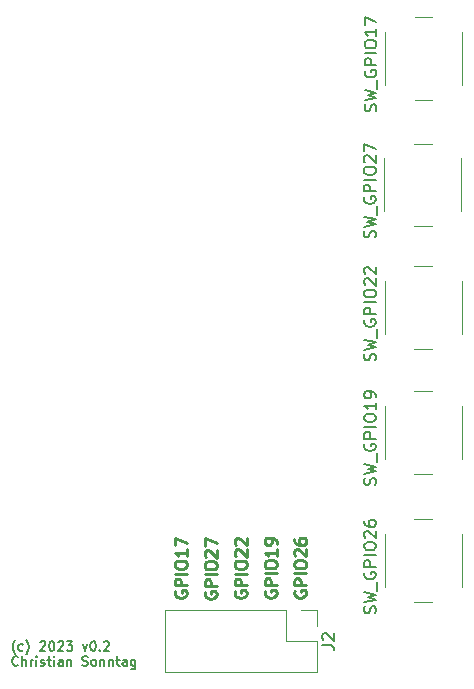
<source format=gbr>
%TF.GenerationSoftware,KiCad,Pcbnew,6.0.10-86aedd382b~118~ubuntu22.04.1*%
%TF.CreationDate,2023-01-22T12:34:59+01:00*%
%TF.ProjectId,pcb,7063622e-6b69-4636-9164-5f7063625858,rev?*%
%TF.SameCoordinates,Original*%
%TF.FileFunction,Legend,Top*%
%TF.FilePolarity,Positive*%
%FSLAX46Y46*%
G04 Gerber Fmt 4.6, Leading zero omitted, Abs format (unit mm)*
G04 Created by KiCad (PCBNEW 6.0.10-86aedd382b~118~ubuntu22.04.1) date 2023-01-22 12:34:59*
%MOMM*%
%LPD*%
G01*
G04 APERTURE LIST*
%ADD10C,0.250000*%
%ADD11C,0.150000*%
%ADD12C,0.120000*%
G04 APERTURE END LIST*
D10*
X78110000Y-93492380D02*
X78062380Y-93587619D01*
X78062380Y-93730476D01*
X78110000Y-93873333D01*
X78205238Y-93968571D01*
X78300476Y-94016190D01*
X78490952Y-94063809D01*
X78633809Y-94063809D01*
X78824285Y-94016190D01*
X78919523Y-93968571D01*
X79014761Y-93873333D01*
X79062380Y-93730476D01*
X79062380Y-93635238D01*
X79014761Y-93492380D01*
X78967142Y-93444761D01*
X78633809Y-93444761D01*
X78633809Y-93635238D01*
X79062380Y-93016190D02*
X78062380Y-93016190D01*
X78062380Y-92635238D01*
X78110000Y-92540000D01*
X78157619Y-92492380D01*
X78252857Y-92444761D01*
X78395714Y-92444761D01*
X78490952Y-92492380D01*
X78538571Y-92540000D01*
X78586190Y-92635238D01*
X78586190Y-93016190D01*
X79062380Y-92016190D02*
X78062380Y-92016190D01*
X78062380Y-91349523D02*
X78062380Y-91159047D01*
X78110000Y-91063809D01*
X78205238Y-90968571D01*
X78395714Y-90920952D01*
X78729047Y-90920952D01*
X78919523Y-90968571D01*
X79014761Y-91063809D01*
X79062380Y-91159047D01*
X79062380Y-91349523D01*
X79014761Y-91444761D01*
X78919523Y-91540000D01*
X78729047Y-91587619D01*
X78395714Y-91587619D01*
X78205238Y-91540000D01*
X78110000Y-91444761D01*
X78062380Y-91349523D01*
X79062380Y-89968571D02*
X79062380Y-90540000D01*
X79062380Y-90254285D02*
X78062380Y-90254285D01*
X78205238Y-90349523D01*
X78300476Y-90444761D01*
X78348095Y-90540000D01*
X78062380Y-89635238D02*
X78062380Y-88968571D01*
X79062380Y-89397142D01*
X80640000Y-93562380D02*
X80592380Y-93657619D01*
X80592380Y-93800476D01*
X80640000Y-93943333D01*
X80735238Y-94038571D01*
X80830476Y-94086190D01*
X81020952Y-94133809D01*
X81163809Y-94133809D01*
X81354285Y-94086190D01*
X81449523Y-94038571D01*
X81544761Y-93943333D01*
X81592380Y-93800476D01*
X81592380Y-93705238D01*
X81544761Y-93562380D01*
X81497142Y-93514761D01*
X81163809Y-93514761D01*
X81163809Y-93705238D01*
X81592380Y-93086190D02*
X80592380Y-93086190D01*
X80592380Y-92705238D01*
X80640000Y-92610000D01*
X80687619Y-92562380D01*
X80782857Y-92514761D01*
X80925714Y-92514761D01*
X81020952Y-92562380D01*
X81068571Y-92610000D01*
X81116190Y-92705238D01*
X81116190Y-93086190D01*
X81592380Y-92086190D02*
X80592380Y-92086190D01*
X80592380Y-91419523D02*
X80592380Y-91229047D01*
X80640000Y-91133809D01*
X80735238Y-91038571D01*
X80925714Y-90990952D01*
X81259047Y-90990952D01*
X81449523Y-91038571D01*
X81544761Y-91133809D01*
X81592380Y-91229047D01*
X81592380Y-91419523D01*
X81544761Y-91514761D01*
X81449523Y-91610000D01*
X81259047Y-91657619D01*
X80925714Y-91657619D01*
X80735238Y-91610000D01*
X80640000Y-91514761D01*
X80592380Y-91419523D01*
X80687619Y-90610000D02*
X80640000Y-90562380D01*
X80592380Y-90467142D01*
X80592380Y-90229047D01*
X80640000Y-90133809D01*
X80687619Y-90086190D01*
X80782857Y-90038571D01*
X80878095Y-90038571D01*
X81020952Y-90086190D01*
X81592380Y-90657619D01*
X81592380Y-90038571D01*
X80592380Y-89705238D02*
X80592380Y-89038571D01*
X81592380Y-89467142D01*
X83180000Y-93492380D02*
X83132380Y-93587619D01*
X83132380Y-93730476D01*
X83180000Y-93873333D01*
X83275238Y-93968571D01*
X83370476Y-94016190D01*
X83560952Y-94063809D01*
X83703809Y-94063809D01*
X83894285Y-94016190D01*
X83989523Y-93968571D01*
X84084761Y-93873333D01*
X84132380Y-93730476D01*
X84132380Y-93635238D01*
X84084761Y-93492380D01*
X84037142Y-93444761D01*
X83703809Y-93444761D01*
X83703809Y-93635238D01*
X84132380Y-93016190D02*
X83132380Y-93016190D01*
X83132380Y-92635238D01*
X83180000Y-92540000D01*
X83227619Y-92492380D01*
X83322857Y-92444761D01*
X83465714Y-92444761D01*
X83560952Y-92492380D01*
X83608571Y-92540000D01*
X83656190Y-92635238D01*
X83656190Y-93016190D01*
X84132380Y-92016190D02*
X83132380Y-92016190D01*
X83132380Y-91349523D02*
X83132380Y-91159047D01*
X83180000Y-91063809D01*
X83275238Y-90968571D01*
X83465714Y-90920952D01*
X83799047Y-90920952D01*
X83989523Y-90968571D01*
X84084761Y-91063809D01*
X84132380Y-91159047D01*
X84132380Y-91349523D01*
X84084761Y-91444761D01*
X83989523Y-91540000D01*
X83799047Y-91587619D01*
X83465714Y-91587619D01*
X83275238Y-91540000D01*
X83180000Y-91444761D01*
X83132380Y-91349523D01*
X83227619Y-90540000D02*
X83180000Y-90492380D01*
X83132380Y-90397142D01*
X83132380Y-90159047D01*
X83180000Y-90063809D01*
X83227619Y-90016190D01*
X83322857Y-89968571D01*
X83418095Y-89968571D01*
X83560952Y-90016190D01*
X84132380Y-90587619D01*
X84132380Y-89968571D01*
X83227619Y-89587619D02*
X83180000Y-89540000D01*
X83132380Y-89444761D01*
X83132380Y-89206666D01*
X83180000Y-89111428D01*
X83227619Y-89063809D01*
X83322857Y-89016190D01*
X83418095Y-89016190D01*
X83560952Y-89063809D01*
X84132380Y-89635238D01*
X84132380Y-89016190D01*
X85720000Y-93472380D02*
X85672380Y-93567619D01*
X85672380Y-93710476D01*
X85720000Y-93853333D01*
X85815238Y-93948571D01*
X85910476Y-93996190D01*
X86100952Y-94043809D01*
X86243809Y-94043809D01*
X86434285Y-93996190D01*
X86529523Y-93948571D01*
X86624761Y-93853333D01*
X86672380Y-93710476D01*
X86672380Y-93615238D01*
X86624761Y-93472380D01*
X86577142Y-93424761D01*
X86243809Y-93424761D01*
X86243809Y-93615238D01*
X86672380Y-92996190D02*
X85672380Y-92996190D01*
X85672380Y-92615238D01*
X85720000Y-92520000D01*
X85767619Y-92472380D01*
X85862857Y-92424761D01*
X86005714Y-92424761D01*
X86100952Y-92472380D01*
X86148571Y-92520000D01*
X86196190Y-92615238D01*
X86196190Y-92996190D01*
X86672380Y-91996190D02*
X85672380Y-91996190D01*
X85672380Y-91329523D02*
X85672380Y-91139047D01*
X85720000Y-91043809D01*
X85815238Y-90948571D01*
X86005714Y-90900952D01*
X86339047Y-90900952D01*
X86529523Y-90948571D01*
X86624761Y-91043809D01*
X86672380Y-91139047D01*
X86672380Y-91329523D01*
X86624761Y-91424761D01*
X86529523Y-91520000D01*
X86339047Y-91567619D01*
X86005714Y-91567619D01*
X85815238Y-91520000D01*
X85720000Y-91424761D01*
X85672380Y-91329523D01*
X86672380Y-89948571D02*
X86672380Y-90520000D01*
X86672380Y-90234285D02*
X85672380Y-90234285D01*
X85815238Y-90329523D01*
X85910476Y-90424761D01*
X85958095Y-90520000D01*
X86672380Y-89472380D02*
X86672380Y-89281904D01*
X86624761Y-89186666D01*
X86577142Y-89139047D01*
X86434285Y-89043809D01*
X86243809Y-88996190D01*
X85862857Y-88996190D01*
X85767619Y-89043809D01*
X85720000Y-89091428D01*
X85672380Y-89186666D01*
X85672380Y-89377142D01*
X85720000Y-89472380D01*
X85767619Y-89520000D01*
X85862857Y-89567619D01*
X86100952Y-89567619D01*
X86196190Y-89520000D01*
X86243809Y-89472380D01*
X86291428Y-89377142D01*
X86291428Y-89186666D01*
X86243809Y-89091428D01*
X86196190Y-89043809D01*
X86100952Y-88996190D01*
X88230000Y-93472380D02*
X88182380Y-93567619D01*
X88182380Y-93710476D01*
X88230000Y-93853333D01*
X88325238Y-93948571D01*
X88420476Y-93996190D01*
X88610952Y-94043809D01*
X88753809Y-94043809D01*
X88944285Y-93996190D01*
X89039523Y-93948571D01*
X89134761Y-93853333D01*
X89182380Y-93710476D01*
X89182380Y-93615238D01*
X89134761Y-93472380D01*
X89087142Y-93424761D01*
X88753809Y-93424761D01*
X88753809Y-93615238D01*
X89182380Y-92996190D02*
X88182380Y-92996190D01*
X88182380Y-92615238D01*
X88230000Y-92520000D01*
X88277619Y-92472380D01*
X88372857Y-92424761D01*
X88515714Y-92424761D01*
X88610952Y-92472380D01*
X88658571Y-92520000D01*
X88706190Y-92615238D01*
X88706190Y-92996190D01*
X89182380Y-91996190D02*
X88182380Y-91996190D01*
X88182380Y-91329523D02*
X88182380Y-91139047D01*
X88230000Y-91043809D01*
X88325238Y-90948571D01*
X88515714Y-90900952D01*
X88849047Y-90900952D01*
X89039523Y-90948571D01*
X89134761Y-91043809D01*
X89182380Y-91139047D01*
X89182380Y-91329523D01*
X89134761Y-91424761D01*
X89039523Y-91520000D01*
X88849047Y-91567619D01*
X88515714Y-91567619D01*
X88325238Y-91520000D01*
X88230000Y-91424761D01*
X88182380Y-91329523D01*
X88277619Y-90520000D02*
X88230000Y-90472380D01*
X88182380Y-90377142D01*
X88182380Y-90139047D01*
X88230000Y-90043809D01*
X88277619Y-89996190D01*
X88372857Y-89948571D01*
X88468095Y-89948571D01*
X88610952Y-89996190D01*
X89182380Y-90567619D01*
X89182380Y-89948571D01*
X88182380Y-89091428D02*
X88182380Y-89281904D01*
X88230000Y-89377142D01*
X88277619Y-89424761D01*
X88420476Y-89520000D01*
X88610952Y-89567619D01*
X88991904Y-89567619D01*
X89087142Y-89520000D01*
X89134761Y-89472380D01*
X89182380Y-89377142D01*
X89182380Y-89186666D01*
X89134761Y-89091428D01*
X89087142Y-89043809D01*
X88991904Y-88996190D01*
X88753809Y-88996190D01*
X88658571Y-89043809D01*
X88610952Y-89091428D01*
X88563333Y-89186666D01*
X88563333Y-89377142D01*
X88610952Y-89472380D01*
X88658571Y-89520000D01*
X88753809Y-89567619D01*
D11*
X64556547Y-98842666D02*
X64518452Y-98804571D01*
X64442261Y-98690285D01*
X64404166Y-98614095D01*
X64366071Y-98499809D01*
X64327976Y-98309333D01*
X64327976Y-98156952D01*
X64366071Y-97966476D01*
X64404166Y-97852190D01*
X64442261Y-97776000D01*
X64518452Y-97661714D01*
X64556547Y-97623619D01*
X65204166Y-98499809D02*
X65127976Y-98537904D01*
X64975595Y-98537904D01*
X64899404Y-98499809D01*
X64861309Y-98461714D01*
X64823214Y-98385523D01*
X64823214Y-98156952D01*
X64861309Y-98080761D01*
X64899404Y-98042666D01*
X64975595Y-98004571D01*
X65127976Y-98004571D01*
X65204166Y-98042666D01*
X65470833Y-98842666D02*
X65508928Y-98804571D01*
X65585119Y-98690285D01*
X65623214Y-98614095D01*
X65661309Y-98499809D01*
X65699404Y-98309333D01*
X65699404Y-98156952D01*
X65661309Y-97966476D01*
X65623214Y-97852190D01*
X65585119Y-97776000D01*
X65508928Y-97661714D01*
X65470833Y-97623619D01*
X66651785Y-97814095D02*
X66689880Y-97776000D01*
X66766071Y-97737904D01*
X66956547Y-97737904D01*
X67032738Y-97776000D01*
X67070833Y-97814095D01*
X67108928Y-97890285D01*
X67108928Y-97966476D01*
X67070833Y-98080761D01*
X66613690Y-98537904D01*
X67108928Y-98537904D01*
X67604166Y-97737904D02*
X67680357Y-97737904D01*
X67756547Y-97776000D01*
X67794642Y-97814095D01*
X67832738Y-97890285D01*
X67870833Y-98042666D01*
X67870833Y-98233142D01*
X67832738Y-98385523D01*
X67794642Y-98461714D01*
X67756547Y-98499809D01*
X67680357Y-98537904D01*
X67604166Y-98537904D01*
X67527976Y-98499809D01*
X67489880Y-98461714D01*
X67451785Y-98385523D01*
X67413690Y-98233142D01*
X67413690Y-98042666D01*
X67451785Y-97890285D01*
X67489880Y-97814095D01*
X67527976Y-97776000D01*
X67604166Y-97737904D01*
X68175595Y-97814095D02*
X68213690Y-97776000D01*
X68289880Y-97737904D01*
X68480357Y-97737904D01*
X68556547Y-97776000D01*
X68594642Y-97814095D01*
X68632738Y-97890285D01*
X68632738Y-97966476D01*
X68594642Y-98080761D01*
X68137500Y-98537904D01*
X68632738Y-98537904D01*
X68899404Y-97737904D02*
X69394642Y-97737904D01*
X69127976Y-98042666D01*
X69242261Y-98042666D01*
X69318452Y-98080761D01*
X69356547Y-98118857D01*
X69394642Y-98195047D01*
X69394642Y-98385523D01*
X69356547Y-98461714D01*
X69318452Y-98499809D01*
X69242261Y-98537904D01*
X69013690Y-98537904D01*
X68937500Y-98499809D01*
X68899404Y-98461714D01*
X70270833Y-98004571D02*
X70461309Y-98537904D01*
X70651785Y-98004571D01*
X71108928Y-97737904D02*
X71185119Y-97737904D01*
X71261309Y-97776000D01*
X71299404Y-97814095D01*
X71337500Y-97890285D01*
X71375595Y-98042666D01*
X71375595Y-98233142D01*
X71337500Y-98385523D01*
X71299404Y-98461714D01*
X71261309Y-98499809D01*
X71185119Y-98537904D01*
X71108928Y-98537904D01*
X71032738Y-98499809D01*
X70994642Y-98461714D01*
X70956547Y-98385523D01*
X70918452Y-98233142D01*
X70918452Y-98042666D01*
X70956547Y-97890285D01*
X70994642Y-97814095D01*
X71032738Y-97776000D01*
X71108928Y-97737904D01*
X71718452Y-98461714D02*
X71756547Y-98499809D01*
X71718452Y-98537904D01*
X71680357Y-98499809D01*
X71718452Y-98461714D01*
X71718452Y-98537904D01*
X72061309Y-97814095D02*
X72099404Y-97776000D01*
X72175595Y-97737904D01*
X72366071Y-97737904D01*
X72442261Y-97776000D01*
X72480357Y-97814095D01*
X72518452Y-97890285D01*
X72518452Y-97966476D01*
X72480357Y-98080761D01*
X72023214Y-98537904D01*
X72518452Y-98537904D01*
X64785119Y-99749714D02*
X64747023Y-99787809D01*
X64632738Y-99825904D01*
X64556547Y-99825904D01*
X64442261Y-99787809D01*
X64366071Y-99711619D01*
X64327976Y-99635428D01*
X64289880Y-99483047D01*
X64289880Y-99368761D01*
X64327976Y-99216380D01*
X64366071Y-99140190D01*
X64442261Y-99064000D01*
X64556547Y-99025904D01*
X64632738Y-99025904D01*
X64747023Y-99064000D01*
X64785119Y-99102095D01*
X65127976Y-99825904D02*
X65127976Y-99025904D01*
X65470833Y-99825904D02*
X65470833Y-99406857D01*
X65432738Y-99330666D01*
X65356547Y-99292571D01*
X65242261Y-99292571D01*
X65166071Y-99330666D01*
X65127976Y-99368761D01*
X65851785Y-99825904D02*
X65851785Y-99292571D01*
X65851785Y-99444952D02*
X65889880Y-99368761D01*
X65927976Y-99330666D01*
X66004166Y-99292571D01*
X66080357Y-99292571D01*
X66347023Y-99825904D02*
X66347023Y-99292571D01*
X66347023Y-99025904D02*
X66308928Y-99064000D01*
X66347023Y-99102095D01*
X66385119Y-99064000D01*
X66347023Y-99025904D01*
X66347023Y-99102095D01*
X66689880Y-99787809D02*
X66766071Y-99825904D01*
X66918452Y-99825904D01*
X66994642Y-99787809D01*
X67032738Y-99711619D01*
X67032738Y-99673523D01*
X66994642Y-99597333D01*
X66918452Y-99559238D01*
X66804166Y-99559238D01*
X66727976Y-99521142D01*
X66689880Y-99444952D01*
X66689880Y-99406857D01*
X66727976Y-99330666D01*
X66804166Y-99292571D01*
X66918452Y-99292571D01*
X66994642Y-99330666D01*
X67261309Y-99292571D02*
X67566071Y-99292571D01*
X67375595Y-99025904D02*
X67375595Y-99711619D01*
X67413690Y-99787809D01*
X67489880Y-99825904D01*
X67566071Y-99825904D01*
X67832738Y-99825904D02*
X67832738Y-99292571D01*
X67832738Y-99025904D02*
X67794642Y-99064000D01*
X67832738Y-99102095D01*
X67870833Y-99064000D01*
X67832738Y-99025904D01*
X67832738Y-99102095D01*
X68556547Y-99825904D02*
X68556547Y-99406857D01*
X68518452Y-99330666D01*
X68442261Y-99292571D01*
X68289880Y-99292571D01*
X68213690Y-99330666D01*
X68556547Y-99787809D02*
X68480357Y-99825904D01*
X68289880Y-99825904D01*
X68213690Y-99787809D01*
X68175595Y-99711619D01*
X68175595Y-99635428D01*
X68213690Y-99559238D01*
X68289880Y-99521142D01*
X68480357Y-99521142D01*
X68556547Y-99483047D01*
X68937500Y-99292571D02*
X68937500Y-99825904D01*
X68937500Y-99368761D02*
X68975595Y-99330666D01*
X69051785Y-99292571D01*
X69166071Y-99292571D01*
X69242261Y-99330666D01*
X69280357Y-99406857D01*
X69280357Y-99825904D01*
X70232738Y-99787809D02*
X70347023Y-99825904D01*
X70537500Y-99825904D01*
X70613690Y-99787809D01*
X70651785Y-99749714D01*
X70689880Y-99673523D01*
X70689880Y-99597333D01*
X70651785Y-99521142D01*
X70613690Y-99483047D01*
X70537500Y-99444952D01*
X70385119Y-99406857D01*
X70308928Y-99368761D01*
X70270833Y-99330666D01*
X70232738Y-99254476D01*
X70232738Y-99178285D01*
X70270833Y-99102095D01*
X70308928Y-99064000D01*
X70385119Y-99025904D01*
X70575595Y-99025904D01*
X70689880Y-99064000D01*
X71147023Y-99825904D02*
X71070833Y-99787809D01*
X71032738Y-99749714D01*
X70994642Y-99673523D01*
X70994642Y-99444952D01*
X71032738Y-99368761D01*
X71070833Y-99330666D01*
X71147023Y-99292571D01*
X71261309Y-99292571D01*
X71337500Y-99330666D01*
X71375595Y-99368761D01*
X71413690Y-99444952D01*
X71413690Y-99673523D01*
X71375595Y-99749714D01*
X71337500Y-99787809D01*
X71261309Y-99825904D01*
X71147023Y-99825904D01*
X71756547Y-99292571D02*
X71756547Y-99825904D01*
X71756547Y-99368761D02*
X71794642Y-99330666D01*
X71870833Y-99292571D01*
X71985119Y-99292571D01*
X72061309Y-99330666D01*
X72099404Y-99406857D01*
X72099404Y-99825904D01*
X72480357Y-99292571D02*
X72480357Y-99825904D01*
X72480357Y-99368761D02*
X72518452Y-99330666D01*
X72594642Y-99292571D01*
X72708928Y-99292571D01*
X72785119Y-99330666D01*
X72823214Y-99406857D01*
X72823214Y-99825904D01*
X73089880Y-99292571D02*
X73394642Y-99292571D01*
X73204166Y-99025904D02*
X73204166Y-99711619D01*
X73242261Y-99787809D01*
X73318452Y-99825904D01*
X73394642Y-99825904D01*
X74004166Y-99825904D02*
X74004166Y-99406857D01*
X73966071Y-99330666D01*
X73889880Y-99292571D01*
X73737500Y-99292571D01*
X73661309Y-99330666D01*
X74004166Y-99787809D02*
X73927976Y-99825904D01*
X73737500Y-99825904D01*
X73661309Y-99787809D01*
X73623214Y-99711619D01*
X73623214Y-99635428D01*
X73661309Y-99559238D01*
X73737500Y-99521142D01*
X73927976Y-99521142D01*
X74004166Y-99483047D01*
X74727976Y-99292571D02*
X74727976Y-99940190D01*
X74689880Y-100016380D01*
X74651785Y-100054476D01*
X74575595Y-100092571D01*
X74461309Y-100092571D01*
X74385119Y-100054476D01*
X74727976Y-99787809D02*
X74651785Y-99825904D01*
X74499404Y-99825904D01*
X74423214Y-99787809D01*
X74385119Y-99749714D01*
X74347023Y-99673523D01*
X74347023Y-99444952D01*
X74385119Y-99368761D01*
X74423214Y-99330666D01*
X74499404Y-99292571D01*
X74651785Y-99292571D01*
X74727976Y-99330666D01*
%TO.C,J2*%
X90542380Y-98073333D02*
X91256666Y-98073333D01*
X91399523Y-98120952D01*
X91494761Y-98216190D01*
X91542380Y-98359047D01*
X91542380Y-98454285D01*
X90637619Y-97644761D02*
X90590000Y-97597142D01*
X90542380Y-97501904D01*
X90542380Y-97263809D01*
X90590000Y-97168571D01*
X90637619Y-97120952D01*
X90732857Y-97073333D01*
X90828095Y-97073333D01*
X90970952Y-97120952D01*
X91542380Y-97692380D01*
X91542380Y-97073333D01*
%TO.C,SW3*%
X95042261Y-73967380D02*
X95089880Y-73824523D01*
X95089880Y-73586428D01*
X95042261Y-73491190D01*
X94994642Y-73443571D01*
X94899404Y-73395952D01*
X94804166Y-73395952D01*
X94708928Y-73443571D01*
X94661309Y-73491190D01*
X94613690Y-73586428D01*
X94566071Y-73776904D01*
X94518452Y-73872142D01*
X94470833Y-73919761D01*
X94375595Y-73967380D01*
X94280357Y-73967380D01*
X94185119Y-73919761D01*
X94137500Y-73872142D01*
X94089880Y-73776904D01*
X94089880Y-73538809D01*
X94137500Y-73395952D01*
X94089880Y-73062619D02*
X95089880Y-72824523D01*
X94375595Y-72634047D01*
X95089880Y-72443571D01*
X94089880Y-72205476D01*
X95185119Y-72062619D02*
X95185119Y-71300714D01*
X94137500Y-70538809D02*
X94089880Y-70634047D01*
X94089880Y-70776904D01*
X94137500Y-70919761D01*
X94232738Y-71014999D01*
X94327976Y-71062619D01*
X94518452Y-71110238D01*
X94661309Y-71110238D01*
X94851785Y-71062619D01*
X94947023Y-71014999D01*
X95042261Y-70919761D01*
X95089880Y-70776904D01*
X95089880Y-70681666D01*
X95042261Y-70538809D01*
X94994642Y-70491190D01*
X94661309Y-70491190D01*
X94661309Y-70681666D01*
X95089880Y-70062619D02*
X94089880Y-70062619D01*
X94089880Y-69681666D01*
X94137500Y-69586428D01*
X94185119Y-69538809D01*
X94280357Y-69491190D01*
X94423214Y-69491190D01*
X94518452Y-69538809D01*
X94566071Y-69586428D01*
X94613690Y-69681666D01*
X94613690Y-70062619D01*
X95089880Y-69062619D02*
X94089880Y-69062619D01*
X94089880Y-68395952D02*
X94089880Y-68205476D01*
X94137500Y-68110238D01*
X94232738Y-68014999D01*
X94423214Y-67967380D01*
X94756547Y-67967380D01*
X94947023Y-68014999D01*
X95042261Y-68110238D01*
X95089880Y-68205476D01*
X95089880Y-68395952D01*
X95042261Y-68491190D01*
X94947023Y-68586428D01*
X94756547Y-68634047D01*
X94423214Y-68634047D01*
X94232738Y-68586428D01*
X94137500Y-68491190D01*
X94089880Y-68395952D01*
X94185119Y-67586428D02*
X94137500Y-67538809D01*
X94089880Y-67443571D01*
X94089880Y-67205476D01*
X94137500Y-67110238D01*
X94185119Y-67062619D01*
X94280357Y-67014999D01*
X94375595Y-67014999D01*
X94518452Y-67062619D01*
X95089880Y-67634047D01*
X95089880Y-67014999D01*
X94185119Y-66634047D02*
X94137500Y-66586428D01*
X94089880Y-66491190D01*
X94089880Y-66253095D01*
X94137500Y-66157857D01*
X94185119Y-66110238D01*
X94280357Y-66062619D01*
X94375595Y-66062619D01*
X94518452Y-66110238D01*
X95089880Y-66681666D01*
X95089880Y-66062619D01*
%TO.C,SW5*%
X95074761Y-52862380D02*
X95122380Y-52719523D01*
X95122380Y-52481428D01*
X95074761Y-52386190D01*
X95027142Y-52338571D01*
X94931904Y-52290952D01*
X94836666Y-52290952D01*
X94741428Y-52338571D01*
X94693809Y-52386190D01*
X94646190Y-52481428D01*
X94598571Y-52671904D01*
X94550952Y-52767142D01*
X94503333Y-52814761D01*
X94408095Y-52862380D01*
X94312857Y-52862380D01*
X94217619Y-52814761D01*
X94170000Y-52767142D01*
X94122380Y-52671904D01*
X94122380Y-52433809D01*
X94170000Y-52290952D01*
X94122380Y-51957619D02*
X95122380Y-51719523D01*
X94408095Y-51529047D01*
X95122380Y-51338571D01*
X94122380Y-51100476D01*
X95217619Y-50957619D02*
X95217619Y-50195714D01*
X94170000Y-49433809D02*
X94122380Y-49529047D01*
X94122380Y-49671904D01*
X94170000Y-49814761D01*
X94265238Y-49909999D01*
X94360476Y-49957619D01*
X94550952Y-50005238D01*
X94693809Y-50005238D01*
X94884285Y-49957619D01*
X94979523Y-49909999D01*
X95074761Y-49814761D01*
X95122380Y-49671904D01*
X95122380Y-49576666D01*
X95074761Y-49433809D01*
X95027142Y-49386190D01*
X94693809Y-49386190D01*
X94693809Y-49576666D01*
X95122380Y-48957619D02*
X94122380Y-48957619D01*
X94122380Y-48576666D01*
X94170000Y-48481428D01*
X94217619Y-48433809D01*
X94312857Y-48386190D01*
X94455714Y-48386190D01*
X94550952Y-48433809D01*
X94598571Y-48481428D01*
X94646190Y-48576666D01*
X94646190Y-48957619D01*
X95122380Y-47957619D02*
X94122380Y-47957619D01*
X94122380Y-47290952D02*
X94122380Y-47100476D01*
X94170000Y-47005238D01*
X94265238Y-46909999D01*
X94455714Y-46862380D01*
X94789047Y-46862380D01*
X94979523Y-46909999D01*
X95074761Y-47005238D01*
X95122380Y-47100476D01*
X95122380Y-47290952D01*
X95074761Y-47386190D01*
X94979523Y-47481428D01*
X94789047Y-47529047D01*
X94455714Y-47529047D01*
X94265238Y-47481428D01*
X94170000Y-47386190D01*
X94122380Y-47290952D01*
X95122380Y-45909999D02*
X95122380Y-46481428D01*
X95122380Y-46195714D02*
X94122380Y-46195714D01*
X94265238Y-46290952D01*
X94360476Y-46386190D01*
X94408095Y-46481428D01*
X94122380Y-45576666D02*
X94122380Y-44909999D01*
X95122380Y-45338571D01*
%TO.C,SW2*%
X95042261Y-84497380D02*
X95089880Y-84354523D01*
X95089880Y-84116428D01*
X95042261Y-84021190D01*
X94994642Y-83973571D01*
X94899404Y-83925952D01*
X94804166Y-83925952D01*
X94708928Y-83973571D01*
X94661309Y-84021190D01*
X94613690Y-84116428D01*
X94566071Y-84306904D01*
X94518452Y-84402142D01*
X94470833Y-84449761D01*
X94375595Y-84497380D01*
X94280357Y-84497380D01*
X94185119Y-84449761D01*
X94137500Y-84402142D01*
X94089880Y-84306904D01*
X94089880Y-84068809D01*
X94137500Y-83925952D01*
X94089880Y-83592619D02*
X95089880Y-83354523D01*
X94375595Y-83164047D01*
X95089880Y-82973571D01*
X94089880Y-82735476D01*
X95185119Y-82592619D02*
X95185119Y-81830714D01*
X94137500Y-81068809D02*
X94089880Y-81164047D01*
X94089880Y-81306904D01*
X94137500Y-81449761D01*
X94232738Y-81544999D01*
X94327976Y-81592619D01*
X94518452Y-81640238D01*
X94661309Y-81640238D01*
X94851785Y-81592619D01*
X94947023Y-81544999D01*
X95042261Y-81449761D01*
X95089880Y-81306904D01*
X95089880Y-81211666D01*
X95042261Y-81068809D01*
X94994642Y-81021190D01*
X94661309Y-81021190D01*
X94661309Y-81211666D01*
X95089880Y-80592619D02*
X94089880Y-80592619D01*
X94089880Y-80211666D01*
X94137500Y-80116428D01*
X94185119Y-80068809D01*
X94280357Y-80021190D01*
X94423214Y-80021190D01*
X94518452Y-80068809D01*
X94566071Y-80116428D01*
X94613690Y-80211666D01*
X94613690Y-80592619D01*
X95089880Y-79592619D02*
X94089880Y-79592619D01*
X94089880Y-78925952D02*
X94089880Y-78735476D01*
X94137500Y-78640238D01*
X94232738Y-78544999D01*
X94423214Y-78497380D01*
X94756547Y-78497380D01*
X94947023Y-78544999D01*
X95042261Y-78640238D01*
X95089880Y-78735476D01*
X95089880Y-78925952D01*
X95042261Y-79021190D01*
X94947023Y-79116428D01*
X94756547Y-79164047D01*
X94423214Y-79164047D01*
X94232738Y-79116428D01*
X94137500Y-79021190D01*
X94089880Y-78925952D01*
X95089880Y-77544999D02*
X95089880Y-78116428D01*
X95089880Y-77830714D02*
X94089880Y-77830714D01*
X94232738Y-77925952D01*
X94327976Y-78021190D01*
X94375595Y-78116428D01*
X95089880Y-77068809D02*
X95089880Y-76878333D01*
X95042261Y-76783095D01*
X94994642Y-76735476D01*
X94851785Y-76640238D01*
X94661309Y-76592619D01*
X94280357Y-76592619D01*
X94185119Y-76640238D01*
X94137500Y-76687857D01*
X94089880Y-76783095D01*
X94089880Y-76973571D01*
X94137500Y-77068809D01*
X94185119Y-77116428D01*
X94280357Y-77164047D01*
X94518452Y-77164047D01*
X94613690Y-77116428D01*
X94661309Y-77068809D01*
X94708928Y-76973571D01*
X94708928Y-76783095D01*
X94661309Y-76687857D01*
X94613690Y-76640238D01*
X94518452Y-76592619D01*
%TO.C,SW1*%
X95042261Y-95367380D02*
X95089880Y-95224523D01*
X95089880Y-94986428D01*
X95042261Y-94891190D01*
X94994642Y-94843571D01*
X94899404Y-94795952D01*
X94804166Y-94795952D01*
X94708928Y-94843571D01*
X94661309Y-94891190D01*
X94613690Y-94986428D01*
X94566071Y-95176904D01*
X94518452Y-95272142D01*
X94470833Y-95319761D01*
X94375595Y-95367380D01*
X94280357Y-95367380D01*
X94185119Y-95319761D01*
X94137500Y-95272142D01*
X94089880Y-95176904D01*
X94089880Y-94938809D01*
X94137500Y-94795952D01*
X94089880Y-94462619D02*
X95089880Y-94224523D01*
X94375595Y-94034047D01*
X95089880Y-93843571D01*
X94089880Y-93605476D01*
X95185119Y-93462619D02*
X95185119Y-92700714D01*
X94137500Y-91938809D02*
X94089880Y-92034047D01*
X94089880Y-92176904D01*
X94137500Y-92319761D01*
X94232738Y-92414999D01*
X94327976Y-92462619D01*
X94518452Y-92510238D01*
X94661309Y-92510238D01*
X94851785Y-92462619D01*
X94947023Y-92414999D01*
X95042261Y-92319761D01*
X95089880Y-92176904D01*
X95089880Y-92081666D01*
X95042261Y-91938809D01*
X94994642Y-91891190D01*
X94661309Y-91891190D01*
X94661309Y-92081666D01*
X95089880Y-91462619D02*
X94089880Y-91462619D01*
X94089880Y-91081666D01*
X94137500Y-90986428D01*
X94185119Y-90938809D01*
X94280357Y-90891190D01*
X94423214Y-90891190D01*
X94518452Y-90938809D01*
X94566071Y-90986428D01*
X94613690Y-91081666D01*
X94613690Y-91462619D01*
X95089880Y-90462619D02*
X94089880Y-90462619D01*
X94089880Y-89795952D02*
X94089880Y-89605476D01*
X94137500Y-89510238D01*
X94232738Y-89414999D01*
X94423214Y-89367380D01*
X94756547Y-89367380D01*
X94947023Y-89414999D01*
X95042261Y-89510238D01*
X95089880Y-89605476D01*
X95089880Y-89795952D01*
X95042261Y-89891190D01*
X94947023Y-89986428D01*
X94756547Y-90034047D01*
X94423214Y-90034047D01*
X94232738Y-89986428D01*
X94137500Y-89891190D01*
X94089880Y-89795952D01*
X94185119Y-88986428D02*
X94137500Y-88938809D01*
X94089880Y-88843571D01*
X94089880Y-88605476D01*
X94137500Y-88510238D01*
X94185119Y-88462619D01*
X94280357Y-88414999D01*
X94375595Y-88414999D01*
X94518452Y-88462619D01*
X95089880Y-89034047D01*
X95089880Y-88414999D01*
X94089880Y-87557857D02*
X94089880Y-87748333D01*
X94137500Y-87843571D01*
X94185119Y-87891190D01*
X94327976Y-87986428D01*
X94518452Y-88034047D01*
X94899404Y-88034047D01*
X94994642Y-87986428D01*
X95042261Y-87938809D01*
X95089880Y-87843571D01*
X95089880Y-87653095D01*
X95042261Y-87557857D01*
X94994642Y-87510238D01*
X94899404Y-87462619D01*
X94661309Y-87462619D01*
X94566071Y-87510238D01*
X94518452Y-87557857D01*
X94470833Y-87653095D01*
X94470833Y-87843571D01*
X94518452Y-87938809D01*
X94566071Y-87986428D01*
X94661309Y-88034047D01*
%TO.C,SW4*%
X95014761Y-63562380D02*
X95062380Y-63419523D01*
X95062380Y-63181428D01*
X95014761Y-63086190D01*
X94967142Y-63038571D01*
X94871904Y-62990952D01*
X94776666Y-62990952D01*
X94681428Y-63038571D01*
X94633809Y-63086190D01*
X94586190Y-63181428D01*
X94538571Y-63371904D01*
X94490952Y-63467142D01*
X94443333Y-63514761D01*
X94348095Y-63562380D01*
X94252857Y-63562380D01*
X94157619Y-63514761D01*
X94110000Y-63467142D01*
X94062380Y-63371904D01*
X94062380Y-63133809D01*
X94110000Y-62990952D01*
X94062380Y-62657619D02*
X95062380Y-62419523D01*
X94348095Y-62229047D01*
X95062380Y-62038571D01*
X94062380Y-61800476D01*
X95157619Y-61657619D02*
X95157619Y-60895714D01*
X94110000Y-60133809D02*
X94062380Y-60229047D01*
X94062380Y-60371904D01*
X94110000Y-60514761D01*
X94205238Y-60609999D01*
X94300476Y-60657619D01*
X94490952Y-60705238D01*
X94633809Y-60705238D01*
X94824285Y-60657619D01*
X94919523Y-60609999D01*
X95014761Y-60514761D01*
X95062380Y-60371904D01*
X95062380Y-60276666D01*
X95014761Y-60133809D01*
X94967142Y-60086190D01*
X94633809Y-60086190D01*
X94633809Y-60276666D01*
X95062380Y-59657619D02*
X94062380Y-59657619D01*
X94062380Y-59276666D01*
X94110000Y-59181428D01*
X94157619Y-59133809D01*
X94252857Y-59086190D01*
X94395714Y-59086190D01*
X94490952Y-59133809D01*
X94538571Y-59181428D01*
X94586190Y-59276666D01*
X94586190Y-59657619D01*
X95062380Y-58657619D02*
X94062380Y-58657619D01*
X94062380Y-57990952D02*
X94062380Y-57800476D01*
X94110000Y-57705238D01*
X94205238Y-57609999D01*
X94395714Y-57562380D01*
X94729047Y-57562380D01*
X94919523Y-57609999D01*
X95014761Y-57705238D01*
X95062380Y-57800476D01*
X95062380Y-57990952D01*
X95014761Y-58086190D01*
X94919523Y-58181428D01*
X94729047Y-58229047D01*
X94395714Y-58229047D01*
X94205238Y-58181428D01*
X94110000Y-58086190D01*
X94062380Y-57990952D01*
X94157619Y-57181428D02*
X94110000Y-57133809D01*
X94062380Y-57038571D01*
X94062380Y-56800476D01*
X94110000Y-56705238D01*
X94157619Y-56657619D01*
X94252857Y-56609999D01*
X94348095Y-56609999D01*
X94490952Y-56657619D01*
X95062380Y-57229047D01*
X95062380Y-56609999D01*
X94062380Y-56276666D02*
X94062380Y-55609999D01*
X95062380Y-56038571D01*
D12*
%TO.C,J2*%
X88760000Y-95140000D02*
X90090000Y-95140000D01*
X87490000Y-95140000D02*
X77270000Y-95140000D01*
X90090000Y-97740000D02*
X90090000Y-100340000D01*
X87490000Y-95140000D02*
X87490000Y-97740000D01*
X90090000Y-95140000D02*
X90090000Y-96470000D01*
X87490000Y-97740000D02*
X90090000Y-97740000D01*
X77270000Y-95140000D02*
X77270000Y-100340000D01*
X90090000Y-100340000D02*
X77270000Y-100340000D01*
%TO.C,SW3*%
X98337500Y-73015000D02*
X99837500Y-73015000D01*
X102337500Y-71765000D02*
X102337500Y-67265000D01*
X95837500Y-67265000D02*
X95837500Y-71765000D01*
X99837500Y-66015000D02*
X98337500Y-66015000D01*
%TO.C,SW5*%
X99870000Y-44910000D02*
X98370000Y-44910000D01*
X95870000Y-46160000D02*
X95870000Y-50660000D01*
X98370000Y-51910000D02*
X99870000Y-51910000D01*
X102370000Y-50660000D02*
X102370000Y-46160000D01*
%TO.C,SW2*%
X98337500Y-83545000D02*
X99837500Y-83545000D01*
X95837500Y-77795000D02*
X95837500Y-82295000D01*
X102337500Y-82295000D02*
X102337500Y-77795000D01*
X99837500Y-76545000D02*
X98337500Y-76545000D01*
%TO.C,SW1*%
X95837500Y-88665000D02*
X95837500Y-93165000D01*
X99837500Y-87415000D02*
X98337500Y-87415000D01*
X98337500Y-94415000D02*
X99837500Y-94415000D01*
X102337500Y-93165000D02*
X102337500Y-88665000D01*
%TO.C,SW4*%
X95810000Y-56860000D02*
X95810000Y-61360000D01*
X98310000Y-62610000D02*
X99810000Y-62610000D01*
X99810000Y-55610000D02*
X98310000Y-55610000D01*
X102310000Y-61360000D02*
X102310000Y-56860000D01*
%TD*%
M02*

</source>
